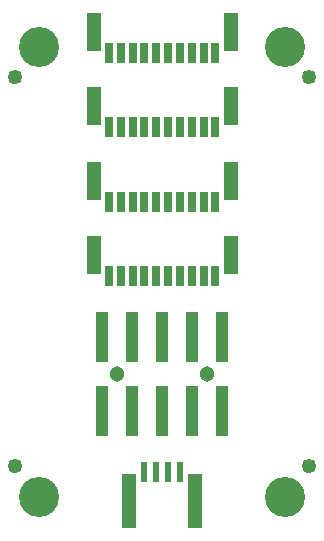
<source format=gbr>
G04 #@! TF.GenerationSoftware,KiCad,Pcbnew,5.1.0-rc2-unknown-036be7d~80~ubuntu16.04.1*
G04 #@! TF.CreationDate,2023-05-22T15:02:47+03:00*
G04 #@! TF.ProjectId,UEXT-P4Q_Rev_A,55455854-2d50-4345-915f-5265765f412e,A*
G04 #@! TF.SameCoordinates,Original*
G04 #@! TF.FileFunction,Soldermask,Top*
G04 #@! TF.FilePolarity,Negative*
%FSLAX46Y46*%
G04 Gerber Fmt 4.6, Leading zero omitted, Abs format (unit mm)*
G04 Created by KiCad (PCBNEW 5.1.0-rc2-unknown-036be7d~80~ubuntu16.04.1) date 2023-05-22 15:02:47*
%MOMM*%
%LPD*%
G04 APERTURE LIST*
%ADD10C,1.254000*%
%ADD11C,3.401600*%
%ADD12R,1.301600X3.201600*%
%ADD13R,0.701600X1.651600*%
%ADD14R,0.601600X1.651600*%
%ADD15R,1.301600X4.601600*%
%ADD16C,1.301600*%
%ADD17R,1.101600X4.351600*%
G04 APERTURE END LIST*
D10*
X99441000Y-165608000D03*
X74549000Y-165608000D03*
X74549000Y-132715000D03*
D11*
X76600000Y-130100000D03*
X97400000Y-130100000D03*
X76600000Y-168200000D03*
X97400000Y-168200000D03*
D10*
X99441000Y-132715000D03*
D12*
X92800000Y-128850000D03*
X81200000Y-128850000D03*
D13*
X91500000Y-130625000D03*
X90500000Y-130625000D03*
X89500000Y-130625000D03*
X88500000Y-130625000D03*
X87500000Y-130625000D03*
X86500000Y-130625000D03*
X85500000Y-130625000D03*
X84500000Y-130625000D03*
X83500000Y-130625000D03*
X82500000Y-130625000D03*
D14*
X88500000Y-166100000D03*
X86500000Y-166100000D03*
X87500000Y-166100000D03*
D15*
X84200000Y-168575000D03*
X89800000Y-168575000D03*
D14*
X85500000Y-166100000D03*
D16*
X90810000Y-157800000D03*
D17*
X81920000Y-160925000D03*
X81920000Y-154675000D03*
X84460000Y-160925000D03*
X84460000Y-154675000D03*
X87000000Y-160925000D03*
X87000000Y-154675000D03*
X89540000Y-160925000D03*
X89540000Y-154675000D03*
X92080000Y-160925000D03*
X92080000Y-154675000D03*
D16*
X83190000Y-157800000D03*
D12*
X92800000Y-135150000D03*
X81200000Y-135150000D03*
D13*
X91500000Y-136925000D03*
X90500000Y-136925000D03*
X89500000Y-136925000D03*
X88500000Y-136925000D03*
X87500000Y-136925000D03*
X86500000Y-136925000D03*
X85500000Y-136925000D03*
X84500000Y-136925000D03*
X83500000Y-136925000D03*
X82500000Y-136925000D03*
X82500000Y-143225000D03*
X83500000Y-143225000D03*
X84500000Y-143225000D03*
X85500000Y-143225000D03*
X86500000Y-143225000D03*
X87500000Y-143225000D03*
X88500000Y-143225000D03*
X89500000Y-143225000D03*
X90500000Y-143225000D03*
X91500000Y-143225000D03*
D12*
X81200000Y-141450000D03*
X92800000Y-141450000D03*
X92800000Y-147750000D03*
X81200000Y-147750000D03*
D13*
X91500000Y-149525000D03*
X90500000Y-149525000D03*
X89500000Y-149525000D03*
X88500000Y-149525000D03*
X87500000Y-149525000D03*
X86500000Y-149525000D03*
X85500000Y-149525000D03*
X84500000Y-149525000D03*
X83500000Y-149525000D03*
X82500000Y-149525000D03*
M02*

</source>
